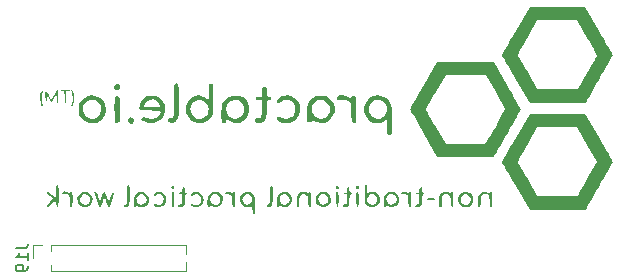
<source format=gbr>
%TF.GenerationSoftware,KiCad,Pcbnew,(6.0.0)*%
%TF.CreationDate,2022-03-07T15:46:10+00:00*%
%TF.ProjectId,ISOpowerWiFi_PCB,49534f70-6f77-4657-9257-6946695f5043,rev?*%
%TF.SameCoordinates,Original*%
%TF.FileFunction,Legend,Bot*%
%TF.FilePolarity,Positive*%
%FSLAX46Y46*%
G04 Gerber Fmt 4.6, Leading zero omitted, Abs format (unit mm)*
G04 Created by KiCad (PCBNEW (6.0.0)) date 2022-03-07 15:46:10*
%MOMM*%
%LPD*%
G01*
G04 APERTURE LIST*
%ADD10C,0.150000*%
%ADD11C,0.120000*%
%ADD12R,1.000000X1.000000*%
%ADD13O,1.000000X1.000000*%
%ADD14C,3.200000*%
%ADD15C,1.000000*%
G04 APERTURE END LIST*
D10*
%TO.C,J19*%
X122725380Y-107549519D02*
X123439666Y-107549519D01*
X123582523Y-107501900D01*
X123677761Y-107406662D01*
X123725380Y-107263804D01*
X123725380Y-107168566D01*
X123725380Y-108549519D02*
X123725380Y-107978090D01*
X123725380Y-108263804D02*
X122725380Y-108263804D01*
X122868238Y-108168566D01*
X122963476Y-108073328D01*
X123011095Y-107978090D01*
X123725380Y-109025709D02*
X123725380Y-109216185D01*
X123677761Y-109311423D01*
X123630142Y-109359043D01*
X123487285Y-109454281D01*
X123296809Y-109501900D01*
X122915857Y-109501900D01*
X122820619Y-109454281D01*
X122773000Y-109406662D01*
X122725380Y-109311423D01*
X122725380Y-109120947D01*
X122773000Y-109025709D01*
X122820619Y-108978090D01*
X122915857Y-108930471D01*
X123153952Y-108930471D01*
X123249190Y-108978090D01*
X123296809Y-109025709D01*
X123344428Y-109120947D01*
X123344428Y-109311423D01*
X123296809Y-109406662D01*
X123249190Y-109454281D01*
X123153952Y-109501900D01*
D11*
X124208000Y-107249043D02*
X124208000Y-108359043D01*
X125728000Y-108922514D02*
X125728000Y-109469043D01*
X124968000Y-107249043D02*
X124208000Y-107249043D01*
X125728000Y-109469043D02*
X137093000Y-109469043D01*
X137093000Y-108666573D02*
X137093000Y-109469043D01*
X137093000Y-107249043D02*
X137093000Y-108051513D01*
X125728000Y-107249043D02*
X125728000Y-107795572D01*
X125728000Y-107249043D02*
X137093000Y-107249043D01*
%TO.C,G\u002A\u002A\u002A*%
G36*
X126968929Y-102741420D02*
G01*
X127140368Y-102803990D01*
X127257082Y-102848949D01*
X127311758Y-102829382D01*
X127338008Y-102799469D01*
X127428475Y-102774879D01*
X127452177Y-102776429D01*
X127486503Y-102794693D01*
X127508383Y-102847425D01*
X127520584Y-102951712D01*
X127525875Y-103124645D01*
X127527024Y-103383313D01*
X127524429Y-103617518D01*
X127517086Y-103820614D01*
X127506142Y-103963963D01*
X127492746Y-104026026D01*
X127477359Y-104037465D01*
X127389912Y-104060304D01*
X127366207Y-104050168D01*
X127339756Y-103985065D01*
X127325573Y-103846897D01*
X127321356Y-103620922D01*
X127320823Y-103503318D01*
X127314153Y-103324214D01*
X127294996Y-103207826D01*
X127257334Y-103127189D01*
X127195150Y-103055335D01*
X127189782Y-103050030D01*
X127047416Y-102956433D01*
X126860940Y-102929130D01*
X126825610Y-102928633D01*
X126694717Y-102908681D01*
X126652935Y-102857505D01*
X126653079Y-102851554D01*
X126700034Y-102767974D01*
X126813734Y-102730338D01*
X126968929Y-102741420D01*
G37*
G36*
X132578619Y-96477895D02*
G01*
X132691517Y-96564862D01*
X132755103Y-96678895D01*
X132756095Y-96794341D01*
X132668724Y-96913340D01*
X132578537Y-96983373D01*
X132439901Y-97008404D01*
X132300000Y-96931080D01*
X132280455Y-96910791D01*
X132218387Y-96779783D01*
X132212857Y-96630509D01*
X132267672Y-96512288D01*
X132297576Y-96488283D01*
X132431785Y-96450443D01*
X132578619Y-96477895D01*
G37*
G36*
X135125230Y-102815596D02*
G01*
X135301753Y-102956014D01*
X135419246Y-103161011D01*
X135462116Y-103417814D01*
X135441437Y-103615490D01*
X135349176Y-103809667D01*
X135172022Y-103963084D01*
X135138882Y-103981614D01*
X134958694Y-104036055D01*
X134753626Y-104046303D01*
X134563495Y-104013630D01*
X134428121Y-103939307D01*
X134388767Y-103886226D01*
X134385725Y-103807651D01*
X134450932Y-103770645D01*
X134562253Y-103798456D01*
X134721934Y-103855579D01*
X134919297Y-103849034D01*
X135084294Y-103760516D01*
X135197520Y-103601873D01*
X135239574Y-103384949D01*
X135220464Y-103239165D01*
X135130032Y-103071408D01*
X134982772Y-102972714D01*
X134798141Y-102953928D01*
X134595592Y-103025900D01*
X134478757Y-103088485D01*
X134415619Y-103098200D01*
X134383583Y-103056380D01*
X134382619Y-103053798D01*
X134391532Y-102944736D01*
X134492846Y-102848282D01*
X134676394Y-102774231D01*
X134905273Y-102752531D01*
X135125230Y-102815596D01*
G37*
G36*
X136352693Y-93586671D02*
G01*
X136444201Y-93652033D01*
X136452380Y-93661185D01*
X136475900Y-93705466D01*
X136493815Y-93779845D01*
X136506825Y-93896442D01*
X136515634Y-94067378D01*
X136520943Y-94304776D01*
X136523454Y-94620755D01*
X136523870Y-95027438D01*
X136523424Y-95281170D01*
X136521356Y-95632852D01*
X136516860Y-95903840D01*
X136509038Y-96108002D01*
X136496998Y-96259206D01*
X136479841Y-96371321D01*
X136456674Y-96458214D01*
X136426600Y-96533754D01*
X136402312Y-96582756D01*
X136307184Y-96729631D01*
X136210621Y-96829402D01*
X136058250Y-96892260D01*
X135860905Y-96912957D01*
X135680824Y-96882131D01*
X135630256Y-96836271D01*
X135599493Y-96729689D01*
X135628872Y-96629530D01*
X135735870Y-96537254D01*
X135896362Y-96502004D01*
X135904292Y-96501879D01*
X135965374Y-96488095D01*
X136013541Y-96444219D01*
X136050262Y-96359863D01*
X136077009Y-96224642D01*
X136095251Y-96028168D01*
X136106461Y-95760054D01*
X136112108Y-95409913D01*
X136113663Y-94967358D01*
X136113707Y-94857409D01*
X136115199Y-94464226D01*
X136119924Y-94159912D01*
X136129384Y-93933235D01*
X136145078Y-93772960D01*
X136168510Y-93667856D01*
X136201179Y-93606689D01*
X136244586Y-93578226D01*
X136300234Y-93571235D01*
X136352693Y-93586671D01*
G37*
G36*
X153424084Y-103804175D02*
G01*
X153245880Y-103971418D01*
X153220554Y-103985913D01*
X153013622Y-104048243D01*
X152779422Y-104047295D01*
X152565422Y-103982308D01*
X152454832Y-103911710D01*
X152371830Y-103818053D01*
X152315340Y-103686911D01*
X152280729Y-103502024D01*
X152271166Y-103361669D01*
X152464937Y-103361669D01*
X152480778Y-103554912D01*
X152590476Y-103728431D01*
X152725360Y-103814789D01*
X152923098Y-103854324D01*
X153120919Y-103820223D01*
X153170266Y-103783376D01*
X153250228Y-103666665D01*
X153312971Y-103515556D01*
X153338360Y-103371595D01*
X153330156Y-103307247D01*
X153251217Y-103151322D01*
X153112097Y-103021469D01*
X152941938Y-102948768D01*
X152840151Y-102939068D01*
X152737920Y-102972860D01*
X152620582Y-103073411D01*
X152542026Y-103168864D01*
X152464937Y-103361669D01*
X152271166Y-103361669D01*
X152263362Y-103247132D01*
X152258603Y-102905975D01*
X152258604Y-102888419D01*
X152259525Y-102613996D01*
X152263773Y-102425479D01*
X152273718Y-102306809D01*
X152291730Y-102241927D01*
X152320179Y-102214774D01*
X152361437Y-102209292D01*
X152372174Y-102209471D01*
X152421670Y-102223110D01*
X152449427Y-102274047D01*
X152461583Y-102384109D01*
X152464271Y-102575124D01*
X152464271Y-102940957D01*
X152579959Y-102866051D01*
X152676676Y-102812577D01*
X152911327Y-102751655D01*
X153132323Y-102780630D01*
X153321521Y-102890843D01*
X153460779Y-103073638D01*
X153531953Y-103320357D01*
X153529767Y-103371595D01*
X153520879Y-103579963D01*
X153424084Y-103804175D01*
G37*
G36*
X151765334Y-102284761D02*
G01*
X151796429Y-102388068D01*
X151761572Y-102483516D01*
X151740465Y-102500229D01*
X151639668Y-102510453D01*
X151536623Y-102438088D01*
X151534644Y-102435689D01*
X151497896Y-102358161D01*
X151546907Y-102281947D01*
X151605007Y-102244348D01*
X151709596Y-102238612D01*
X151765334Y-102284761D01*
G37*
G36*
X173253441Y-100242982D02*
G01*
X173213053Y-100320868D01*
X173129545Y-100473297D01*
X173009232Y-100689201D01*
X172858430Y-100957508D01*
X172683454Y-101267151D01*
X172490620Y-101607059D01*
X172286242Y-101966162D01*
X172076637Y-102333392D01*
X171868120Y-102697679D01*
X171667005Y-103047953D01*
X171479609Y-103373145D01*
X171312247Y-103662185D01*
X171171235Y-103904004D01*
X171062887Y-104087532D01*
X170993518Y-104201701D01*
X170920605Y-104317389D01*
X166218319Y-104314357D01*
X165061437Y-102303790D01*
X164872167Y-101974670D01*
X164645390Y-101579816D01*
X164438658Y-101219295D01*
X164257188Y-100902237D01*
X164106197Y-100637766D01*
X163990900Y-100435012D01*
X163916516Y-100303102D01*
X163888261Y-100251162D01*
X163902373Y-100215161D01*
X165216689Y-100215161D01*
X165225466Y-100236032D01*
X165277818Y-100335749D01*
X165372062Y-100507164D01*
X165502123Y-100739457D01*
X165661929Y-101021808D01*
X165845404Y-101343396D01*
X166046475Y-101693400D01*
X166877261Y-103134798D01*
X170280263Y-103134148D01*
X170361124Y-102993076D01*
X170367799Y-102981444D01*
X170424971Y-102881982D01*
X170524452Y-102709049D01*
X170658995Y-102475235D01*
X170821353Y-102193134D01*
X171004281Y-101875336D01*
X171200532Y-101534434D01*
X171959077Y-100216863D01*
X171114543Y-98757916D01*
X170270008Y-97298968D01*
X166888613Y-97298968D01*
X166053151Y-98738644D01*
X165930735Y-98949972D01*
X165738260Y-99283871D01*
X165567013Y-99582958D01*
X165423113Y-99836433D01*
X165312679Y-100033493D01*
X165241831Y-100163336D01*
X165216689Y-100215161D01*
X163902373Y-100215161D01*
X163903121Y-100213253D01*
X163964226Y-100093771D01*
X164067747Y-99902032D01*
X164208642Y-99647078D01*
X164381871Y-99337953D01*
X164582392Y-98983700D01*
X164805163Y-98593362D01*
X165045143Y-98175983D01*
X166218319Y-96142865D01*
X168583502Y-96144340D01*
X170948684Y-96145815D01*
X172105566Y-98160635D01*
X172295487Y-98492365D01*
X172520860Y-98888681D01*
X172725371Y-99251258D01*
X172903911Y-99570886D01*
X173051374Y-99838354D01*
X173162651Y-100044450D01*
X173232636Y-100179965D01*
X173248253Y-100216863D01*
X173256220Y-100235686D01*
X173253441Y-100242982D01*
G37*
G36*
X133879299Y-103834799D02*
G01*
X133709272Y-103982721D01*
X133567529Y-104030332D01*
X133368864Y-104041577D01*
X133175674Y-104009017D01*
X133033091Y-103935787D01*
X132984479Y-103894254D01*
X132938907Y-103883978D01*
X132911449Y-103955414D01*
X132879568Y-104017071D01*
X132802080Y-104060304D01*
X132797141Y-104060173D01*
X132758047Y-104040809D01*
X132734585Y-103975396D01*
X132723151Y-103845045D01*
X132720141Y-103630863D01*
X132724244Y-103410730D01*
X132735067Y-103308746D01*
X132932647Y-103308746D01*
X132941842Y-103458111D01*
X132989300Y-103632170D01*
X133082517Y-103764131D01*
X133132669Y-103798619D01*
X133317970Y-103854256D01*
X133510500Y-103826642D01*
X133673811Y-103718585D01*
X133728833Y-103648755D01*
X133799612Y-103458563D01*
X133772979Y-103262911D01*
X133649602Y-103079426D01*
X133577299Y-103015545D01*
X133409467Y-102936795D01*
X133242092Y-102960214D01*
X133069668Y-103085863D01*
X133065717Y-103089822D01*
X132967889Y-103203601D01*
X132932647Y-103308746D01*
X132735067Y-103308746D01*
X132741175Y-103251190D01*
X132776983Y-103133532D01*
X132837709Y-103026713D01*
X132887147Y-102962099D01*
X133078729Y-102813742D01*
X133310692Y-102752880D01*
X133563816Y-102785886D01*
X133700863Y-102849800D01*
X133864341Y-103002562D01*
X133966729Y-103200530D01*
X134005222Y-103420617D01*
X134000337Y-103458563D01*
X133977014Y-103639736D01*
X133879299Y-103834799D01*
G37*
G36*
X165378762Y-95958440D02*
G01*
X165270894Y-96156226D01*
X165130407Y-96410008D01*
X164963586Y-96708706D01*
X164776713Y-97041244D01*
X164576071Y-97396542D01*
X164367943Y-97763523D01*
X164158612Y-98131109D01*
X163954361Y-98488220D01*
X163761474Y-98823780D01*
X163586232Y-99126709D01*
X163434920Y-99385930D01*
X163313820Y-99590364D01*
X163229215Y-99728934D01*
X163155965Y-99845135D01*
X160785674Y-99831768D01*
X158415382Y-99818401D01*
X157267967Y-97838846D01*
X157093516Y-97536990D01*
X156866715Y-97141744D01*
X156660452Y-96779072D01*
X156479953Y-96458342D01*
X156330447Y-96188919D01*
X156217161Y-95980171D01*
X156145323Y-95841465D01*
X156120159Y-95782166D01*
X156122242Y-95776699D01*
X157451720Y-95776699D01*
X157460090Y-95799943D01*
X157511888Y-95904107D01*
X157605732Y-96079736D01*
X157735509Y-96315758D01*
X157895108Y-96601104D01*
X158078415Y-96924705D01*
X158279319Y-97275492D01*
X159106917Y-98712936D01*
X162482847Y-98712936D01*
X162891975Y-98005952D01*
X162936921Y-97928262D01*
X163126752Y-97599784D01*
X163338814Y-97232413D01*
X163550320Y-96865636D01*
X163738484Y-96538943D01*
X164175865Y-95778919D01*
X163338741Y-94328012D01*
X162501617Y-92877106D01*
X160804185Y-92863564D01*
X159106752Y-92850023D01*
X158279236Y-94282687D01*
X158163316Y-94483982D01*
X157971447Y-94819983D01*
X157800705Y-95122533D01*
X157657227Y-95380556D01*
X157547147Y-95582976D01*
X157476599Y-95718716D01*
X157451720Y-95776699D01*
X156122242Y-95776699D01*
X156133330Y-95747592D01*
X156192523Y-95629849D01*
X156294544Y-95439439D01*
X156434178Y-95185736D01*
X156606209Y-94878114D01*
X156805419Y-94525949D01*
X157026594Y-94138615D01*
X157264517Y-93725486D01*
X158409267Y-91745931D01*
X163180812Y-91745931D01*
X164325539Y-93725486D01*
X164499542Y-94027178D01*
X164725867Y-94422085D01*
X164931734Y-94784162D01*
X165111923Y-95104072D01*
X165261217Y-95372478D01*
X165374393Y-95580044D01*
X165446234Y-95717434D01*
X165471520Y-95775311D01*
X165469882Y-95778919D01*
X165447729Y-95827728D01*
X165378762Y-95958440D01*
G37*
G36*
X149258733Y-103839869D02*
G01*
X149065792Y-103998205D01*
X148899172Y-104045244D01*
X148686921Y-104043384D01*
X148480381Y-103995040D01*
X148325016Y-103905878D01*
X148258340Y-103833574D01*
X148141845Y-103615678D01*
X148109377Y-103376413D01*
X148117282Y-103340894D01*
X148336557Y-103340894D01*
X148352480Y-103547409D01*
X148469804Y-103738948D01*
X148552566Y-103804877D01*
X148725679Y-103856211D01*
X148908197Y-103833058D01*
X149061786Y-103735634D01*
X149139148Y-103607124D01*
X149175986Y-103419267D01*
X149153841Y-103231204D01*
X149072056Y-103084689D01*
X149017558Y-103037167D01*
X148837823Y-102953819D01*
X148654201Y-102956649D01*
X148492075Y-103041320D01*
X148376827Y-103203495D01*
X148336557Y-103340894D01*
X148117282Y-103340894D01*
X148161624Y-103141650D01*
X148299273Y-102937261D01*
X148305406Y-102931194D01*
X148515469Y-102790154D01*
X148753278Y-102747135D01*
X149011602Y-102803494D01*
X149043548Y-102816974D01*
X149243079Y-102950979D01*
X149360624Y-103142790D01*
X149401468Y-103400498D01*
X149399012Y-103419267D01*
X149372589Y-103621226D01*
X149258733Y-103839869D01*
G37*
G36*
X124993722Y-94184305D02*
G01*
X124993699Y-94270815D01*
X124955395Y-94421974D01*
X124926180Y-94537263D01*
X124900055Y-94782809D01*
X124908996Y-95031834D01*
X124953142Y-95234313D01*
X124990068Y-95351117D01*
X125007591Y-95451303D01*
X125005861Y-95485728D01*
X124981472Y-95532639D01*
X124936123Y-95498341D01*
X124879908Y-95394730D01*
X124822923Y-95233700D01*
X124766439Y-94910427D01*
X124785520Y-94576441D01*
X124884587Y-94280983D01*
X124901449Y-94250077D01*
X124961095Y-94173654D01*
X124993722Y-94184305D01*
G37*
G36*
X131424730Y-93668725D02*
G01*
X131529312Y-93761339D01*
X131568880Y-93904529D01*
X131514920Y-94062214D01*
X131504023Y-94077842D01*
X131381382Y-94171557D01*
X131237777Y-94175364D01*
X131102381Y-94087477D01*
X131076572Y-94054157D01*
X131036764Y-93920607D01*
X131070809Y-93790433D01*
X131159574Y-93688491D01*
X131283926Y-93639636D01*
X131424730Y-93668725D01*
G37*
G36*
X150665173Y-94624331D02*
G01*
X150888574Y-94721017D01*
X151120259Y-94856793D01*
X151136698Y-94741039D01*
X151165856Y-94665954D01*
X151271656Y-94608482D01*
X151338485Y-94601788D01*
X151408677Y-94610462D01*
X151460271Y-94650161D01*
X151496110Y-94732850D01*
X151519035Y-94870496D01*
X151531891Y-95075065D01*
X151537520Y-95358524D01*
X151538765Y-95732840D01*
X151538740Y-95772709D01*
X151536793Y-96087456D01*
X151532090Y-96368258D01*
X151525137Y-96597893D01*
X151516436Y-96759140D01*
X151506493Y-96834778D01*
X151448815Y-96892934D01*
X151313679Y-96903254D01*
X151153137Y-96887632D01*
X151127429Y-96073434D01*
X151101720Y-95259235D01*
X150933804Y-95109365D01*
X150866209Y-95053685D01*
X150759816Y-94992920D01*
X150630230Y-94960184D01*
X150451126Y-94950043D01*
X150196182Y-94957060D01*
X150029216Y-94945833D01*
X149926332Y-94891526D01*
X149912686Y-94800900D01*
X149994028Y-94681783D01*
X150040483Y-94645102D01*
X150211923Y-94585092D01*
X150429887Y-94578596D01*
X150665173Y-94624331D01*
G37*
G36*
X155039728Y-103846097D02*
G01*
X154886964Y-103983020D01*
X154851574Y-104000538D01*
X154641671Y-104053303D01*
X154427289Y-104038669D01*
X154250875Y-103958287D01*
X154239254Y-103949151D01*
X154155110Y-103888492D01*
X154117318Y-103891537D01*
X154094503Y-103958287D01*
X154077138Y-104002689D01*
X154008204Y-104056248D01*
X153929185Y-104029437D01*
X153872408Y-103926837D01*
X153856850Y-103791608D01*
X153862660Y-103588964D01*
X153888708Y-103371565D01*
X153891497Y-103358563D01*
X154104722Y-103358563D01*
X154125055Y-103553311D01*
X154235820Y-103728431D01*
X154325494Y-103800010D01*
X154506831Y-103859032D01*
X154690051Y-103822089D01*
X154855694Y-103690375D01*
X154917219Y-103610213D01*
X154969384Y-103488555D01*
X154964744Y-103346384D01*
X154919448Y-103194062D01*
X154792506Y-103035801D01*
X154594402Y-102951533D01*
X154528034Y-102942733D01*
X154407287Y-102965825D01*
X154273225Y-103057688D01*
X154173342Y-103170684D01*
X154104722Y-103358563D01*
X153891497Y-103358563D01*
X153930108Y-103178555D01*
X153981973Y-103049082D01*
X154119908Y-102898722D01*
X154323604Y-102790893D01*
X154549162Y-102756794D01*
X154772369Y-102795584D01*
X154969011Y-102906421D01*
X155114875Y-103088463D01*
X155155612Y-103191198D01*
X155182060Y-103418753D01*
X155169460Y-103488555D01*
X155140763Y-103647530D01*
X155039728Y-103846097D01*
G37*
G36*
X159368389Y-102799984D02*
G01*
X159374863Y-102803183D01*
X159496003Y-102846491D01*
X159550541Y-102828415D01*
X159576630Y-102799022D01*
X159666936Y-102774879D01*
X159690639Y-102776429D01*
X159724965Y-102794693D01*
X159746845Y-102847425D01*
X159759046Y-102951712D01*
X159764337Y-103124645D01*
X159765485Y-103383313D01*
X159762812Y-103617466D01*
X159755241Y-103820855D01*
X159743954Y-103964595D01*
X159730136Y-104027097D01*
X159667454Y-104054954D01*
X159618463Y-103993322D01*
X159583070Y-103837022D01*
X159559817Y-103582249D01*
X159538773Y-103340749D01*
X159497581Y-103151021D01*
X159428577Y-103034602D01*
X159322052Y-102976064D01*
X159168300Y-102959980D01*
X159064492Y-102967806D01*
X158932593Y-103021582D01*
X158847607Y-103137245D01*
X158802081Y-103327452D01*
X158788562Y-103604861D01*
X158786407Y-103770808D01*
X158774626Y-103922404D01*
X158749175Y-104006603D01*
X158706248Y-104043701D01*
X158661163Y-104053162D01*
X158588657Y-104010024D01*
X158546477Y-103876863D01*
X158532551Y-103648968D01*
X158532880Y-103604600D01*
X158561601Y-103293913D01*
X158633503Y-103047722D01*
X158744104Y-102882266D01*
X158753185Y-102874048D01*
X158939327Y-102772462D01*
X159158033Y-102745976D01*
X159368389Y-102799984D01*
G37*
G36*
X127501723Y-94167084D02*
G01*
X127555033Y-94272944D01*
X127608978Y-94428615D01*
X127627788Y-94500675D01*
X127668244Y-94813463D01*
X127650198Y-95121410D01*
X127575098Y-95383684D01*
X127516931Y-95483385D01*
X127467354Y-95525081D01*
X127454420Y-95524581D01*
X127431684Y-95511241D01*
X127431216Y-95463517D01*
X127455457Y-95360043D01*
X127506847Y-95179450D01*
X127524104Y-95118018D01*
X127552718Y-94986375D01*
X127560604Y-94860069D01*
X127545926Y-94713034D01*
X127506847Y-94519203D01*
X127441530Y-94252510D01*
X127434711Y-94178397D01*
X127468176Y-94136822D01*
X127501723Y-94167084D01*
G37*
G36*
X158168192Y-103319200D02*
G01*
X158252631Y-103371880D01*
X158242257Y-103453699D01*
X158241375Y-103454883D01*
X158176316Y-103474996D01*
X158038452Y-103489283D01*
X157856252Y-103494717D01*
X157668101Y-103491774D01*
X157560746Y-103479339D01*
X157515721Y-103452098D01*
X157512738Y-103404737D01*
X157520033Y-103381312D01*
X157567003Y-103338591D01*
X157672602Y-103313474D01*
X157858891Y-103299238D01*
X157993243Y-103297392D01*
X158168192Y-103319200D01*
G37*
G36*
X132278036Y-102210167D02*
G01*
X132311336Y-102222994D01*
X132334175Y-102263172D01*
X132348518Y-102345798D01*
X132356330Y-102485967D01*
X132359577Y-102698776D01*
X132360222Y-102999321D01*
X132360201Y-103057432D01*
X132358720Y-103346847D01*
X132353396Y-103554491D01*
X132342115Y-103698378D01*
X132322767Y-103796526D01*
X132293240Y-103866950D01*
X132251423Y-103927667D01*
X132139635Y-104028816D01*
X132007632Y-104050289D01*
X132002403Y-104049625D01*
X131902625Y-104009732D01*
X131852880Y-103943752D01*
X131863123Y-103881961D01*
X131943307Y-103854636D01*
X132013188Y-103841849D01*
X132071779Y-103789614D01*
X132112324Y-103685167D01*
X132137710Y-103515903D01*
X132150824Y-103269219D01*
X132154554Y-102932510D01*
X132154569Y-102873816D01*
X132155702Y-102605072D01*
X132160248Y-102420546D01*
X132170447Y-102304472D01*
X132188543Y-102241083D01*
X132216776Y-102214612D01*
X132257388Y-102209292D01*
X132278036Y-102210167D01*
G37*
G36*
X142994950Y-103835722D02*
G01*
X142995310Y-103849498D01*
X142999302Y-104100702D01*
X142998189Y-104317298D01*
X142992372Y-104476567D01*
X142982251Y-104555794D01*
X142952943Y-104594119D01*
X142862301Y-104616292D01*
X142824290Y-104599989D01*
X142789785Y-104542377D01*
X142769265Y-104424438D01*
X142757020Y-104224935D01*
X142741874Y-103850777D01*
X142608689Y-103955541D01*
X142512681Y-104015866D01*
X142303821Y-104065660D01*
X142090955Y-104022524D01*
X141895966Y-103888517D01*
X141756313Y-103716259D01*
X141679057Y-103507764D01*
X141682956Y-103402664D01*
X141895325Y-103402664D01*
X141925484Y-103569321D01*
X142043243Y-103738948D01*
X142126375Y-103805276D01*
X142299095Y-103856280D01*
X142481289Y-103832994D01*
X142634660Y-103735634D01*
X142729941Y-103570736D01*
X142749286Y-103379309D01*
X142698111Y-103193002D01*
X142584457Y-103040696D01*
X142416361Y-102951277D01*
X142344194Y-102942821D01*
X142173440Y-102984997D01*
X142022979Y-103095914D01*
X141926670Y-103254599D01*
X141895325Y-103402664D01*
X141682956Y-103402664D01*
X141687905Y-103269264D01*
X141769678Y-103064188D01*
X141937080Y-102887028D01*
X142169801Y-102772121D01*
X142303332Y-102740156D01*
X142425852Y-102747038D01*
X142571011Y-102806808D01*
X142715733Y-102888075D01*
X142828983Y-102984621D01*
X142905812Y-103108928D01*
X142953938Y-103279727D01*
X142965389Y-103379309D01*
X142981078Y-103515748D01*
X142994950Y-103835722D01*
G37*
G36*
X136039456Y-102776762D02*
G01*
X136073904Y-102795361D01*
X136095649Y-102848159D01*
X136107590Y-102952311D01*
X136112628Y-103124977D01*
X136113663Y-103383313D01*
X136111068Y-103617518D01*
X136103726Y-103820614D01*
X136092782Y-103963963D01*
X136079385Y-104026026D01*
X136063998Y-104037465D01*
X135976551Y-104060304D01*
X135957920Y-104052954D01*
X135933901Y-104000606D01*
X135918542Y-103886334D01*
X135910390Y-103696532D01*
X135907995Y-103417591D01*
X135908518Y-103199641D01*
X135912112Y-103002180D01*
X135921467Y-102877678D01*
X135939257Y-102809430D01*
X135968153Y-102780733D01*
X136010829Y-102774879D01*
X136039456Y-102776762D01*
G37*
G36*
X161325480Y-103839322D02*
G01*
X161165952Y-103979816D01*
X161058944Y-104025753D01*
X160823265Y-104060280D01*
X160590911Y-104019694D01*
X160390111Y-103911303D01*
X160249094Y-103742417D01*
X160194359Y-103570720D01*
X160187173Y-103364773D01*
X160382489Y-103364773D01*
X160388584Y-103435045D01*
X160438309Y-103599256D01*
X160521060Y-103741974D01*
X160616170Y-103822697D01*
X160761627Y-103857932D01*
X160953761Y-103837650D01*
X161108648Y-103748362D01*
X161213815Y-103608983D01*
X161256791Y-103438424D01*
X161225104Y-103255600D01*
X161106283Y-103079426D01*
X160960894Y-102970887D01*
X160819534Y-102929130D01*
X160679812Y-102969719D01*
X160536216Y-103077334D01*
X160426317Y-103219776D01*
X160382489Y-103364773D01*
X160187173Y-103364773D01*
X160186394Y-103342446D01*
X160233981Y-103122728D01*
X160332722Y-102953082D01*
X160454884Y-102853245D01*
X160676142Y-102767163D01*
X160914234Y-102761106D01*
X161141418Y-102834173D01*
X161329950Y-102985463D01*
X161333937Y-102990262D01*
X161436052Y-103186285D01*
X161465421Y-103412904D01*
X161461105Y-103438424D01*
X161426933Y-103640467D01*
X161325480Y-103839322D01*
G37*
G36*
X144388830Y-102236162D02*
G01*
X144426164Y-102252678D01*
X144450931Y-102302592D01*
X144466611Y-102403263D01*
X144476683Y-102572045D01*
X144484627Y-102826296D01*
X144485836Y-102874415D01*
X144488759Y-103239925D01*
X144476763Y-103518313D01*
X144448073Y-103722937D01*
X144400915Y-103867159D01*
X144333516Y-103964338D01*
X144276395Y-104008225D01*
X144155869Y-104047125D01*
X144049001Y-104029924D01*
X143992531Y-103957374D01*
X144011043Y-103895072D01*
X144094840Y-103828831D01*
X144116218Y-103818843D01*
X144155523Y-103790370D01*
X144183408Y-103740937D01*
X144202714Y-103654176D01*
X144216280Y-103513721D01*
X144226946Y-103303203D01*
X144237550Y-103006255D01*
X144241177Y-102899153D01*
X144251542Y-102632734D01*
X144262703Y-102448920D01*
X144277199Y-102332476D01*
X144297570Y-102268165D01*
X144326354Y-102240752D01*
X144366093Y-102235000D01*
X144388830Y-102236162D01*
G37*
G36*
X137018717Y-102406992D02*
G01*
X137039170Y-102573518D01*
X137045299Y-102687181D01*
X137081803Y-102775401D01*
X137167712Y-102826296D01*
X137254158Y-102866552D01*
X137296255Y-102903421D01*
X137262637Y-102935203D01*
X137167712Y-102980547D01*
X137132502Y-102995066D01*
X137080917Y-103032251D01*
X137052946Y-103098957D01*
X137041419Y-103219616D01*
X137039170Y-103418656D01*
X137039127Y-103450077D01*
X137034263Y-103645260D01*
X137016054Y-103771550D01*
X136977011Y-103858938D01*
X136909644Y-103937419D01*
X136795765Y-104023117D01*
X136640144Y-104050770D01*
X136629255Y-104049273D01*
X136529916Y-104008054D01*
X136479671Y-103942348D01*
X136489147Y-103881446D01*
X136568974Y-103854636D01*
X136681045Y-103833227D01*
X136769629Y-103747665D01*
X136818505Y-103585991D01*
X136833502Y-103336793D01*
X136833502Y-102980547D01*
X136679251Y-102980547D01*
X136583000Y-102965959D01*
X136525193Y-102915076D01*
X136552215Y-102855480D01*
X136666396Y-102816857D01*
X136759390Y-102793269D01*
X136804618Y-102730034D01*
X136824478Y-102595587D01*
X136853488Y-102438613D01*
X136908180Y-102341358D01*
X136969155Y-102330211D01*
X137018717Y-102406992D01*
G37*
G36*
X126946817Y-94136994D02*
G01*
X127141911Y-94144883D01*
X127273249Y-94162776D01*
X127321356Y-94188239D01*
X127319802Y-94194987D01*
X127260344Y-94226742D01*
X127141396Y-94239656D01*
X126961437Y-94239656D01*
X126961437Y-94728118D01*
X126961308Y-94767978D01*
X126952871Y-95014281D01*
X126934376Y-95160925D01*
X126910215Y-95207412D01*
X126884783Y-95153247D01*
X126862473Y-94997932D01*
X126847678Y-94740972D01*
X126832894Y-94265365D01*
X126665789Y-94249253D01*
X126593671Y-94240395D01*
X126503007Y-94215835D01*
X126499676Y-94188425D01*
X126573312Y-94162938D01*
X126713549Y-94144147D01*
X126910020Y-94136822D01*
X126946817Y-94136994D01*
G37*
G36*
X131405212Y-94629200D02*
G01*
X131487406Y-94731465D01*
X131502816Y-94807048D01*
X131517769Y-94973751D01*
X131528399Y-95202627D01*
X131534736Y-95473061D01*
X131536811Y-95764436D01*
X131534655Y-96056138D01*
X131528298Y-96327549D01*
X131517770Y-96558055D01*
X131503102Y-96727039D01*
X131484324Y-96813887D01*
X131427733Y-96874132D01*
X131306174Y-96913340D01*
X131220125Y-96893956D01*
X131128023Y-96813887D01*
X131114707Y-96763333D01*
X131098352Y-96613781D01*
X131085758Y-96386351D01*
X131077660Y-96095693D01*
X131074797Y-95756458D01*
X131076223Y-95514117D01*
X131082835Y-95207416D01*
X131094164Y-94959568D01*
X131109472Y-94785222D01*
X131128023Y-94699029D01*
X131175444Y-94640447D01*
X131288285Y-94597693D01*
X131405212Y-94629200D01*
G37*
G36*
X150921999Y-102357972D02*
G01*
X150950373Y-102434537D01*
X150973178Y-102569211D01*
X150996847Y-102711357D01*
X151039055Y-102788351D01*
X151114574Y-102817018D01*
X151135715Y-102820586D01*
X151219031Y-102860762D01*
X151207302Y-102919151D01*
X151101720Y-102980547D01*
X151066511Y-102995066D01*
X151014926Y-103032251D01*
X150986954Y-103098957D01*
X150975427Y-103219616D01*
X150973178Y-103418656D01*
X150973135Y-103450077D01*
X150968272Y-103645260D01*
X150950062Y-103771550D01*
X150911019Y-103858938D01*
X150843652Y-103937419D01*
X150729774Y-104023117D01*
X150574152Y-104050770D01*
X150479607Y-104026106D01*
X150421125Y-103963516D01*
X150452239Y-103889492D01*
X150573062Y-103827166D01*
X150741801Y-103777510D01*
X150756818Y-103379029D01*
X150771835Y-102980547D01*
X150615421Y-102980547D01*
X150504334Y-102964270D01*
X150459008Y-102903421D01*
X150490798Y-102849290D01*
X150613259Y-102826296D01*
X150671451Y-102824988D01*
X150737220Y-102804583D01*
X150763038Y-102737196D01*
X150767510Y-102594919D01*
X150769869Y-102525772D01*
X150788263Y-102409499D01*
X150818927Y-102363543D01*
X150823985Y-102363485D01*
X150908906Y-102350689D01*
X150921999Y-102357972D01*
G37*
G36*
X173133214Y-91420344D02*
G01*
X173014188Y-91633855D01*
X172864387Y-91900215D01*
X172690132Y-92208356D01*
X172497745Y-92547207D01*
X172293547Y-92905699D01*
X172083859Y-93272762D01*
X171875003Y-93637325D01*
X171673300Y-93988319D01*
X171485071Y-94314675D01*
X171316638Y-94605321D01*
X171174323Y-94849189D01*
X171064446Y-95035208D01*
X170993329Y-95152308D01*
X170920605Y-95267996D01*
X166218319Y-95264964D01*
X165061437Y-93254398D01*
X164872106Y-92925177D01*
X164645357Y-92530387D01*
X164438661Y-92169959D01*
X164257235Y-91853017D01*
X164106293Y-91588682D01*
X163991050Y-91386077D01*
X163916721Y-91254326D01*
X163888521Y-91202552D01*
X163903034Y-91165769D01*
X165217239Y-91165769D01*
X165225940Y-91186646D01*
X165278169Y-91286369D01*
X165372301Y-91457786D01*
X165502267Y-91690079D01*
X165661998Y-91972427D01*
X165845424Y-92294010D01*
X166046475Y-92644007D01*
X166877261Y-94085405D01*
X170280263Y-94084831D01*
X171102935Y-92661218D01*
X171215837Y-92465760D01*
X171408100Y-92132500D01*
X171580099Y-91833851D01*
X171725583Y-91580691D01*
X171838306Y-91383900D01*
X171912018Y-91254356D01*
X171940473Y-91202939D01*
X171932451Y-91179599D01*
X171881165Y-91076978D01*
X171787852Y-90903080D01*
X171658444Y-90668617D01*
X171498872Y-90384297D01*
X171315070Y-90060830D01*
X171112967Y-89708924D01*
X170270595Y-88249575D01*
X166887881Y-88249575D01*
X166053336Y-89689251D01*
X165931238Y-89900250D01*
X165738894Y-90234226D01*
X165567728Y-90533390D01*
X165423860Y-90786933D01*
X165313409Y-90984048D01*
X165242496Y-91113929D01*
X165217239Y-91165769D01*
X163903034Y-91165769D01*
X163903462Y-91164683D01*
X163964637Y-91045253D01*
X164068197Y-90853551D01*
X164209103Y-90598617D01*
X164382316Y-90289491D01*
X164582796Y-89935211D01*
X164805506Y-89544818D01*
X165045404Y-89127349D01*
X166218319Y-87093427D01*
X168583502Y-87094935D01*
X170948684Y-87096443D01*
X172105566Y-89112685D01*
X172295856Y-89445321D01*
X172521127Y-89841843D01*
X172725523Y-90204645D01*
X172903941Y-90524512D01*
X173051278Y-90792229D01*
X173162434Y-90998578D01*
X173232305Y-91134345D01*
X173255789Y-91190312D01*
X173253655Y-91196155D01*
X173250153Y-91202939D01*
X173215144Y-91270755D01*
X173133214Y-91420344D01*
G37*
G36*
X140839080Y-102786708D02*
G01*
X140847427Y-102789957D01*
X141006761Y-102833923D01*
X141093243Y-102813599D01*
X141128164Y-102792343D01*
X141226199Y-102792146D01*
X141244438Y-102802272D01*
X141275510Y-102850156D01*
X141294570Y-102947232D01*
X141304150Y-103111348D01*
X141306781Y-103360355D01*
X141305334Y-103523102D01*
X141298749Y-103735469D01*
X141288057Y-103896919D01*
X141274603Y-103981497D01*
X141245812Y-104022585D01*
X141158914Y-104049445D01*
X141150022Y-104047179D01*
X141111510Y-104013731D01*
X141084544Y-103931134D01*
X141065236Y-103781493D01*
X141049696Y-103546912D01*
X141036494Y-103327480D01*
X141020210Y-103176780D01*
X140995377Y-103085881D01*
X140955840Y-103032777D01*
X140895445Y-102995466D01*
X140886941Y-102991370D01*
X140741264Y-102948109D01*
X140574089Y-102929888D01*
X140483163Y-102923909D01*
X140395168Y-102890018D01*
X140402659Y-102834227D01*
X140509283Y-102765767D01*
X140564377Y-102745111D01*
X140682037Y-102739049D01*
X140839080Y-102786708D01*
G37*
G36*
X135360064Y-95896813D02*
G01*
X135294030Y-96233605D01*
X135148821Y-96505832D01*
X134922089Y-96716969D01*
X134611483Y-96870488D01*
X134299613Y-96939592D01*
X133947909Y-96920146D01*
X133598742Y-96799087D01*
X133465001Y-96723903D01*
X133384791Y-96645422D01*
X133362854Y-96554125D01*
X133376768Y-96473494D01*
X133449047Y-96414347D01*
X133588361Y-96422588D01*
X133800689Y-96497442D01*
X133890192Y-96532453D01*
X134062959Y-96583952D01*
X134195058Y-96603709D01*
X134285207Y-96595528D01*
X134512541Y-96522825D01*
X134722150Y-96393923D01*
X134871710Y-96232067D01*
X134917872Y-96156608D01*
X134970536Y-96057265D01*
X134984221Y-95985744D01*
X134948286Y-95937127D01*
X134852091Y-95906498D01*
X134684996Y-95888939D01*
X134436361Y-95879532D01*
X134095546Y-95873360D01*
X133208603Y-95859292D01*
X133193358Y-95625508D01*
X133202773Y-95506976D01*
X133542813Y-95506976D01*
X133561547Y-95534584D01*
X133629498Y-95554860D01*
X133760078Y-95567743D01*
X133966669Y-95574525D01*
X134262651Y-95576498D01*
X134496333Y-95575982D01*
X134728014Y-95570871D01*
X134877201Y-95555658D01*
X134955539Y-95524836D01*
X134974674Y-95472898D01*
X134946252Y-95394337D01*
X134881918Y-95283644D01*
X134748148Y-95119043D01*
X134538526Y-94983495D01*
X134303656Y-94929729D01*
X134064735Y-94958107D01*
X133842960Y-95068992D01*
X133659526Y-95262746D01*
X133636700Y-95298260D01*
X133569746Y-95422365D01*
X133542813Y-95506976D01*
X133202773Y-95506976D01*
X133211685Y-95394775D01*
X133311206Y-95123006D01*
X133478994Y-94886075D01*
X133697787Y-94715133D01*
X133788372Y-94669998D01*
X133925516Y-94623185D01*
X134081565Y-94605411D01*
X134297974Y-94609370D01*
X134435085Y-94618053D01*
X134610342Y-94644202D01*
X134748063Y-94695062D01*
X134889269Y-94782653D01*
X135009992Y-94877826D01*
X135210213Y-95116500D01*
X135326731Y-95405686D01*
X135334047Y-95472898D01*
X135364902Y-95756346D01*
X135360064Y-95896813D01*
G37*
G36*
X143922299Y-93913355D02*
G01*
X143968837Y-94064894D01*
X143991158Y-94308429D01*
X144006174Y-94676701D01*
X144186133Y-94702409D01*
X144277755Y-94720414D01*
X144348897Y-94766155D01*
X144366093Y-94856660D01*
X144359210Y-94923087D01*
X144309401Y-94981019D01*
X144186133Y-95010911D01*
X144006174Y-95036620D01*
X143980465Y-95756458D01*
X143976246Y-95868120D01*
X143960480Y-96160445D01*
X143936390Y-96374419D01*
X143897948Y-96528646D01*
X143839126Y-96641731D01*
X143753896Y-96732275D01*
X143636232Y-96818884D01*
X143619629Y-96829525D01*
X143455373Y-96891736D01*
X143234919Y-96901465D01*
X143174229Y-96897700D01*
X143046192Y-96879567D01*
X142984332Y-96841153D01*
X142961032Y-96769114D01*
X142972248Y-96639752D01*
X143061890Y-96538210D01*
X143224311Y-96502004D01*
X143243660Y-96501869D01*
X143367845Y-96488972D01*
X143456139Y-96444936D01*
X143514477Y-96355458D01*
X143548797Y-96206237D01*
X143565036Y-95982973D01*
X143569129Y-95671363D01*
X143569129Y-95010911D01*
X143317545Y-95010911D01*
X143247710Y-95008985D01*
X143089535Y-94976699D01*
X143020696Y-94901539D01*
X143036365Y-94779535D01*
X143050032Y-94757337D01*
X143140476Y-94715542D01*
X143317545Y-94702409D01*
X143569129Y-94702409D01*
X143569831Y-94406761D01*
X143576526Y-94185778D01*
X143602437Y-94009082D01*
X143652448Y-93903193D01*
X143731399Y-93851484D01*
X143735991Y-93850058D01*
X143846400Y-93844761D01*
X143922299Y-93913355D01*
G37*
G36*
X146039877Y-103733955D02*
G01*
X145875517Y-103930079D01*
X145680927Y-104035297D01*
X145450460Y-104055608D01*
X145214474Y-103983179D01*
X145123095Y-103940461D01*
X145060719Y-103937715D01*
X145017725Y-103991123D01*
X144980203Y-104033296D01*
X144886628Y-104044153D01*
X144871919Y-104037054D01*
X144830397Y-103983107D01*
X144809125Y-103870470D01*
X144803137Y-103677331D01*
X144823566Y-103365917D01*
X144824019Y-103364307D01*
X145049764Y-103364307D01*
X145075789Y-103566191D01*
X145166877Y-103730161D01*
X145284710Y-103818315D01*
X145471558Y-103854636D01*
X145612050Y-103832232D01*
X145763543Y-103738876D01*
X145861130Y-103594596D01*
X145900578Y-103423048D01*
X145877656Y-103247888D01*
X145788132Y-103092774D01*
X145627774Y-102981361D01*
X145583338Y-102966147D01*
X145397333Y-102957440D01*
X145224924Y-103022164D01*
X145104533Y-103148077D01*
X145093671Y-103169973D01*
X145049764Y-103364307D01*
X144824019Y-103364307D01*
X144891696Y-103123837D01*
X145014252Y-102947327D01*
X145197945Y-102821852D01*
X145224436Y-102809162D01*
X145371853Y-102750111D01*
X145488385Y-102738482D01*
X145623278Y-102768046D01*
X145643600Y-102774426D01*
X145870361Y-102894854D01*
X146027841Y-103071620D01*
X146111568Y-103284125D01*
X146114926Y-103423048D01*
X146117070Y-103511770D01*
X146039877Y-103733955D01*
G37*
G36*
X157082741Y-102375050D02*
G01*
X157091194Y-102385418D01*
X157128193Y-102487347D01*
X157143218Y-102630911D01*
X157148061Y-102735031D01*
X157177416Y-102808009D01*
X157246052Y-102826296D01*
X157306020Y-102840611D01*
X157348886Y-102903421D01*
X157332330Y-102946541D01*
X157252659Y-102980547D01*
X157236678Y-102981330D01*
X157193495Y-103001841D01*
X157165498Y-103065219D01*
X157146951Y-103191447D01*
X157132120Y-103400507D01*
X157126376Y-103493485D01*
X157109359Y-103674775D01*
X157082499Y-103791672D01*
X157037262Y-103871906D01*
X156965114Y-103943208D01*
X156845265Y-104020827D01*
X156687611Y-104050272D01*
X156595658Y-104025869D01*
X156539415Y-103963281D01*
X156571567Y-103889228D01*
X156691685Y-103827166D01*
X156860425Y-103777510D01*
X156875442Y-103379029D01*
X156890459Y-102980547D01*
X156734045Y-102980547D01*
X156622958Y-102964270D01*
X156577631Y-102903421D01*
X156609421Y-102849290D01*
X156731882Y-102826296D01*
X156757353Y-102826116D01*
X156844309Y-102812607D01*
X156879530Y-102756169D01*
X156886133Y-102626924D01*
X156894233Y-102521373D01*
X156936305Y-102396396D01*
X157003299Y-102342295D01*
X157082741Y-102375050D01*
G37*
G36*
X154566952Y-96205606D02*
G01*
X154574521Y-96518605D01*
X154577057Y-96837033D01*
X154574458Y-97142872D01*
X154566622Y-97418104D01*
X154553446Y-97644712D01*
X154534829Y-97804676D01*
X154510668Y-97879980D01*
X154506867Y-97883710D01*
X154394202Y-97938733D01*
X154242363Y-97910471D01*
X154208198Y-97882822D01*
X154184528Y-97818603D01*
X154170126Y-97701488D01*
X154162968Y-97514847D01*
X154161032Y-97242050D01*
X154161002Y-97218871D01*
X154157002Y-96979557D01*
X154147230Y-96784414D01*
X154133071Y-96652991D01*
X154115911Y-96604838D01*
X154078897Y-96618867D01*
X154003967Y-96685354D01*
X153989041Y-96702425D01*
X153807115Y-96833060D01*
X153566494Y-96912327D01*
X153296268Y-96937213D01*
X153025525Y-96904705D01*
X152783355Y-96811790D01*
X152751885Y-96793163D01*
X152508326Y-96587293D01*
X152335427Y-96324062D01*
X152237098Y-96022570D01*
X152220399Y-95752771D01*
X152620199Y-95752771D01*
X152665450Y-96018626D01*
X152788098Y-96261852D01*
X152981618Y-96456313D01*
X153132114Y-96540501D01*
X153363077Y-96591888D01*
X153585611Y-96561771D01*
X153787435Y-96462602D01*
X153956270Y-96306831D01*
X154079835Y-96106911D01*
X154145853Y-95875292D01*
X154142042Y-95624426D01*
X154056124Y-95366765D01*
X153976918Y-95241381D01*
X153789558Y-95069941D01*
X153565713Y-94975788D01*
X153325638Y-94958862D01*
X153089585Y-95019101D01*
X152877809Y-95156444D01*
X152710563Y-95370830D01*
X152658871Y-95490420D01*
X152620199Y-95752771D01*
X152220399Y-95752771D01*
X152217251Y-95701916D01*
X152279797Y-95381201D01*
X152428647Y-95079524D01*
X152515806Y-94964050D01*
X152749233Y-94758183D01*
X153032035Y-94638382D01*
X153374204Y-94599575D01*
X153538333Y-94609102D01*
X153866710Y-94693208D01*
X154143853Y-94857233D01*
X154357789Y-95092730D01*
X154496545Y-95391255D01*
X154515072Y-95479365D01*
X154537125Y-95667968D01*
X154551606Y-95875292D01*
X154554453Y-95916055D01*
X154566952Y-96205606D01*
G37*
G36*
X130348484Y-95919167D02*
G01*
X130276795Y-96255428D01*
X130122629Y-96530953D01*
X129887344Y-96743803D01*
X129572300Y-96892045D01*
X129371434Y-96937653D01*
X129042991Y-96937196D01*
X128726903Y-96852672D01*
X128446470Y-96691532D01*
X128224992Y-96461226D01*
X128190100Y-96409721D01*
X128113252Y-96265012D01*
X128071036Y-96105564D01*
X128050067Y-95887479D01*
X128048603Y-95838701D01*
X128433423Y-95838701D01*
X128484297Y-96083165D01*
X128602459Y-96296727D01*
X128788560Y-96456527D01*
X129049120Y-96555935D01*
X129306482Y-96568050D01*
X129542655Y-96501120D01*
X129739882Y-96363528D01*
X129880408Y-96163655D01*
X129946477Y-95909884D01*
X129956318Y-95681363D01*
X129933721Y-95502456D01*
X129867372Y-95356202D01*
X129747445Y-95207952D01*
X129700593Y-95158838D01*
X129577596Y-95052554D01*
X129452098Y-94997986D01*
X129276576Y-94971245D01*
X129178048Y-94964372D01*
X128988760Y-94977475D01*
X128828827Y-95038049D01*
X128678046Y-95148492D01*
X128530946Y-95348505D01*
X128449189Y-95586195D01*
X128433423Y-95838701D01*
X128048603Y-95838701D01*
X128045706Y-95742176D01*
X128073129Y-95442517D01*
X128160649Y-95195051D01*
X128316135Y-94972721D01*
X128538022Y-94779024D01*
X128835830Y-94645946D01*
X129186874Y-94600704D01*
X129391066Y-94613202D01*
X129719206Y-94701485D01*
X129986072Y-94868765D01*
X130185143Y-95108463D01*
X130309902Y-95413997D01*
X130342098Y-95681363D01*
X130353830Y-95778787D01*
X130348484Y-95919167D01*
G37*
G36*
X136105521Y-102281947D02*
G01*
X136111001Y-102287494D01*
X136154999Y-102361450D01*
X136113975Y-102440293D01*
X136112037Y-102442598D01*
X136012397Y-102504131D01*
X135918705Y-102481280D01*
X135866714Y-102382416D01*
X135865694Y-102343461D01*
X135911999Y-102257150D01*
X136004187Y-102231494D01*
X136105521Y-102281947D01*
G37*
G36*
X131044922Y-102819554D02*
G01*
X131046378Y-102832723D01*
X131029246Y-102925801D01*
X130986791Y-103087188D01*
X130925283Y-103296083D01*
X130850991Y-103531688D01*
X130770185Y-103773205D01*
X130689135Y-103999833D01*
X130664603Y-104031882D01*
X130578396Y-104051250D01*
X130570158Y-104048797D01*
X130510459Y-103984196D01*
X130443198Y-103831353D01*
X130365262Y-103583437D01*
X130334388Y-103477287D01*
X130279954Y-103304783D01*
X130237827Y-103190335D01*
X130215220Y-103154564D01*
X130209005Y-103166259D01*
X130177989Y-103255200D01*
X130131119Y-103409772D01*
X130075885Y-103605722D01*
X130029916Y-103764918D01*
X129963624Y-103945309D01*
X129900912Y-104034582D01*
X129836258Y-104030961D01*
X129764139Y-103932674D01*
X129679034Y-103737948D01*
X129575420Y-103445008D01*
X129574388Y-103441923D01*
X129498107Y-103210835D01*
X129435678Y-103015697D01*
X129393516Y-102876977D01*
X129378036Y-102815149D01*
X129395844Y-102792252D01*
X129477758Y-102774879D01*
X129481703Y-102774949D01*
X129535712Y-102796036D01*
X129586469Y-102866357D01*
X129642922Y-103002866D01*
X129714018Y-103222514D01*
X129770711Y-103402580D01*
X129824633Y-103541162D01*
X129868604Y-103586887D01*
X129910483Y-103537828D01*
X129958131Y-103392059D01*
X130019407Y-103147652D01*
X130053228Y-103014633D01*
X130101275Y-102869099D01*
X130148666Y-102795350D01*
X130204594Y-102774879D01*
X130252452Y-102790901D01*
X130304580Y-102858068D01*
X130362097Y-102992974D01*
X130433543Y-103211923D01*
X130462331Y-103305058D01*
X130519261Y-103481343D01*
X130562145Y-103603368D01*
X130583387Y-103648968D01*
X130590105Y-103638792D01*
X130622825Y-103555207D01*
X130674096Y-103405550D01*
X130736188Y-103211923D01*
X130741803Y-103194038D01*
X130829592Y-102951586D01*
X130908439Y-102809545D01*
X130979747Y-102766129D01*
X131044922Y-102819554D01*
G37*
G36*
X150023852Y-102266271D02*
G01*
X150063514Y-102326679D01*
X150069768Y-102431540D01*
X150059723Y-102451829D01*
X149978514Y-102509659D01*
X149877909Y-102504935D01*
X149807650Y-102436681D01*
X149806321Y-102369313D01*
X149860681Y-102271412D01*
X149891828Y-102241795D01*
X149954373Y-102214776D01*
X150023852Y-102266271D01*
G37*
G36*
X126255903Y-94153080D02*
G01*
X126275570Y-94253752D01*
X126288416Y-94433345D01*
X126293016Y-94676701D01*
X126291736Y-94798680D01*
X126281106Y-95014964D01*
X126262591Y-95154608D01*
X126239685Y-95212464D01*
X126215884Y-95183382D01*
X126194684Y-95062212D01*
X126179580Y-94843806D01*
X126164473Y-94471033D01*
X125986332Y-94818097D01*
X125969379Y-94850774D01*
X125880748Y-95010378D01*
X125808648Y-95122702D01*
X125767330Y-95165162D01*
X125764082Y-95164343D01*
X125718556Y-95110889D01*
X125645755Y-94990410D01*
X125559843Y-94826056D01*
X125393218Y-94486950D01*
X125367510Y-94826838D01*
X125347695Y-94996873D01*
X125319914Y-95119579D01*
X125290384Y-95166229D01*
X125280925Y-95159899D01*
X125257375Y-95082852D01*
X125239193Y-94939569D01*
X125227236Y-94757020D01*
X125222362Y-94562174D01*
X125225429Y-94381998D01*
X125237294Y-94243462D01*
X125258815Y-94173533D01*
X125265161Y-94169566D01*
X125318968Y-94204697D01*
X125404568Y-94330371D01*
X125518512Y-94541697D01*
X125566763Y-94636390D01*
X125654879Y-94802190D01*
X125720851Y-94916743D01*
X125753137Y-94959494D01*
X125763348Y-94949748D01*
X125812843Y-94870936D01*
X125890450Y-94730168D01*
X125984514Y-94548158D01*
X126029619Y-94460761D01*
X126122808Y-94294721D01*
X126198021Y-94179779D01*
X126242173Y-94136822D01*
X126255903Y-94153080D01*
G37*
G36*
X155750011Y-102786708D02*
G01*
X155758358Y-102789957D01*
X155917692Y-102833923D01*
X156004174Y-102813599D01*
X156039095Y-102792343D01*
X156137130Y-102792146D01*
X156163206Y-102809596D01*
X156190432Y-102865109D01*
X156207089Y-102971781D01*
X156215432Y-103146814D01*
X156217712Y-103407408D01*
X156215428Y-103618910D01*
X156208157Y-103820700D01*
X156197085Y-103963753D01*
X156183434Y-104026026D01*
X156155551Y-104046845D01*
X156061667Y-104051756D01*
X155991837Y-103978973D01*
X155988889Y-103969490D01*
X155974541Y-103865694D01*
X155964444Y-103696480D01*
X155960627Y-103493427D01*
X155960507Y-103438453D01*
X155955570Y-103249978D01*
X155938943Y-103132744D01*
X155904560Y-103061044D01*
X155846352Y-103009171D01*
X155820907Y-102994104D01*
X155679520Y-102947785D01*
X155512142Y-102929130D01*
X155392754Y-102921164D01*
X155305826Y-102887253D01*
X155313667Y-102833121D01*
X155420214Y-102765767D01*
X155475308Y-102745111D01*
X155592968Y-102739049D01*
X155750011Y-102786708D01*
G37*
G36*
X149973654Y-102776866D02*
G01*
X150008161Y-102795556D01*
X150029869Y-102848370D01*
X150041724Y-102952483D01*
X150046676Y-103125072D01*
X150047672Y-103383313D01*
X150044999Y-103617466D01*
X150037427Y-103820855D01*
X150026140Y-103964595D01*
X150012322Y-104027097D01*
X150012242Y-104027177D01*
X149955979Y-104058718D01*
X149914001Y-104019897D01*
X149884256Y-103902642D01*
X149864698Y-103698880D01*
X149853275Y-103400536D01*
X149848823Y-103187274D01*
X149847814Y-102993597D01*
X149854314Y-102872475D01*
X149870762Y-102806951D01*
X149899596Y-102780071D01*
X149943255Y-102774879D01*
X149973654Y-102776866D01*
G37*
G36*
X142466929Y-95929413D02*
G01*
X142382086Y-96274674D01*
X142219463Y-96557812D01*
X141983549Y-96772787D01*
X141678832Y-96913561D01*
X141562788Y-96941944D01*
X141431801Y-96960338D01*
X141368706Y-96957991D01*
X141191903Y-96923975D01*
X140997651Y-96861659D01*
X140825738Y-96785058D01*
X140715949Y-96708185D01*
X140699684Y-96690561D01*
X140608330Y-96615769D01*
X140554086Y-96633601D01*
X140526087Y-96746235D01*
X140488680Y-96856477D01*
X140391299Y-96904433D01*
X140336081Y-96909761D01*
X140244799Y-96895551D01*
X140183595Y-96835122D01*
X140146842Y-96714391D01*
X140128915Y-96519273D01*
X140124190Y-96235684D01*
X140124217Y-96210855D01*
X140133379Y-95852535D01*
X140146235Y-95729093D01*
X140545920Y-95729093D01*
X140572566Y-96005271D01*
X140691383Y-96252291D01*
X140898622Y-96455555D01*
X141059563Y-96541126D01*
X141297793Y-96584549D01*
X141531994Y-96545771D01*
X141744638Y-96434953D01*
X141918198Y-96262255D01*
X142035147Y-96037839D01*
X142077956Y-95771865D01*
X142056661Y-95572587D01*
X141963676Y-95335498D01*
X141812340Y-95151608D01*
X141619619Y-95025207D01*
X141402479Y-94960583D01*
X141177886Y-94962024D01*
X140962805Y-95033818D01*
X140774202Y-95180255D01*
X140629044Y-95405623D01*
X140615192Y-95438355D01*
X140545920Y-95729093D01*
X140146235Y-95729093D01*
X140162373Y-95574130D01*
X140216150Y-95355014D01*
X140299660Y-95174561D01*
X140417854Y-95012147D01*
X140581672Y-94843860D01*
X140808585Y-94693093D01*
X141068444Y-94618318D01*
X141388826Y-94608057D01*
X141685995Y-94648293D01*
X141956788Y-94757166D01*
X142173347Y-94943242D01*
X142352091Y-95216897D01*
X142409749Y-95334624D01*
X142463315Y-95484245D01*
X142481823Y-95637184D01*
X142477297Y-95771865D01*
X142474920Y-95842590D01*
X142466929Y-95929413D01*
G37*
G36*
X147106997Y-102738916D02*
G01*
X147252378Y-102784259D01*
X147264186Y-102788452D01*
X147432334Y-102830523D01*
X147521905Y-102812062D01*
X147556153Y-102791519D01*
X147653325Y-102792146D01*
X147671564Y-102802272D01*
X147702636Y-102850156D01*
X147721696Y-102947232D01*
X147731276Y-103111348D01*
X147733906Y-103360355D01*
X147732460Y-103523102D01*
X147725874Y-103735469D01*
X147715182Y-103896919D01*
X147701728Y-103981497D01*
X147672939Y-104022586D01*
X147586040Y-104049455D01*
X147585577Y-104049366D01*
X147543286Y-104021555D01*
X147513873Y-103945654D01*
X147493123Y-103803414D01*
X147476821Y-103576589D01*
X147466708Y-103414370D01*
X147449663Y-103248646D01*
X147423375Y-103143834D01*
X147380625Y-103075116D01*
X147314192Y-103017677D01*
X147200698Y-102957656D01*
X147026050Y-102953861D01*
X146835663Y-103050158D01*
X146833194Y-103051988D01*
X146782349Y-103108033D01*
X146748018Y-103199679D01*
X146724756Y-103349336D01*
X146707121Y-103579415D01*
X146691621Y-103788294D01*
X146670798Y-103936170D01*
X146642435Y-104012749D01*
X146602732Y-104034595D01*
X146566797Y-104018515D01*
X146539606Y-103952003D01*
X146522705Y-103817477D01*
X146512503Y-103597551D01*
X146511112Y-103373931D01*
X146532144Y-103157492D01*
X146586854Y-103004599D01*
X146683783Y-102894019D01*
X146831470Y-102804520D01*
X146882386Y-102780126D01*
X147001787Y-102736666D01*
X147106997Y-102738916D01*
G37*
G36*
X138191261Y-102782553D02*
G01*
X138345180Y-102843919D01*
X138353131Y-102849217D01*
X138520878Y-103018923D01*
X138611668Y-103232788D01*
X138624026Y-103466021D01*
X138556476Y-103693833D01*
X138407541Y-103891433D01*
X138322662Y-103963027D01*
X138181003Y-104039460D01*
X138019267Y-104060304D01*
X137975951Y-104059349D01*
X137773344Y-104028455D01*
X137615622Y-103962134D01*
X137531326Y-103871434D01*
X137525985Y-103846425D01*
X137559892Y-103783611D01*
X137639201Y-103761328D01*
X137721330Y-103796392D01*
X137808612Y-103836612D01*
X137956038Y-103851189D01*
X138111024Y-103834988D01*
X138226216Y-103788729D01*
X138269720Y-103750758D01*
X138379215Y-103580566D01*
X138410866Y-103384016D01*
X138364169Y-103191695D01*
X138238623Y-103034192D01*
X138127075Y-102965556D01*
X137948866Y-102934913D01*
X137781689Y-103004620D01*
X137752202Y-103025028D01*
X137634001Y-103074349D01*
X137540153Y-103070344D01*
X137501923Y-103012169D01*
X137539743Y-102920025D01*
X137654189Y-102838953D01*
X137818860Y-102785438D01*
X138006853Y-102764849D01*
X138191261Y-102782553D01*
G37*
G36*
X139427522Y-95963122D02*
G01*
X139408731Y-96072849D01*
X139382811Y-96161727D01*
X139348614Y-96244919D01*
X139304951Y-96334666D01*
X139126441Y-96594446D01*
X138892338Y-96783355D01*
X138582013Y-96919546D01*
X138576640Y-96921255D01*
X138376053Y-96947316D01*
X138129990Y-96928215D01*
X137880427Y-96870362D01*
X137669344Y-96780168D01*
X137470619Y-96629861D01*
X137272926Y-96376789D01*
X137150492Y-96076557D01*
X137111771Y-95758417D01*
X137503052Y-95758417D01*
X137534513Y-95934119D01*
X137619423Y-96138920D01*
X137735854Y-96327017D01*
X137861842Y-96455722D01*
X137864269Y-96457382D01*
X138100824Y-96561780D01*
X138350669Y-96575358D01*
X138593030Y-96504178D01*
X138807129Y-96354299D01*
X138972193Y-96131784D01*
X139017272Y-96007374D01*
X139043201Y-95773524D01*
X139017459Y-95532208D01*
X138941876Y-95331798D01*
X138852882Y-95212286D01*
X138652429Y-95054024D01*
X138420640Y-94972270D01*
X138178499Y-94966089D01*
X137946991Y-95034546D01*
X137747101Y-95176705D01*
X137599815Y-95391630D01*
X137580227Y-95438015D01*
X137525565Y-95611424D01*
X137503052Y-95758417D01*
X137111771Y-95758417D01*
X137110590Y-95748715D01*
X137160498Y-95412812D01*
X137202791Y-95286964D01*
X137363595Y-94989807D01*
X137584849Y-94774601D01*
X137863515Y-94643729D01*
X138196557Y-94599575D01*
X138370683Y-94610450D01*
X138670159Y-94696179D01*
X138928744Y-94871637D01*
X139044433Y-94977420D01*
X139044433Y-94327553D01*
X139044834Y-94150209D01*
X139048349Y-93933660D01*
X139057710Y-93790723D01*
X139075557Y-93703305D01*
X139104529Y-93653313D01*
X139147267Y-93622652D01*
X139221453Y-93595745D01*
X139352935Y-93622652D01*
X139382194Y-93641585D01*
X139408276Y-93674659D01*
X139427305Y-93732304D01*
X139440367Y-93827563D01*
X139448547Y-93973480D01*
X139452929Y-94183099D01*
X139454598Y-94469462D01*
X139454640Y-94845615D01*
X139454382Y-95012438D01*
X139452614Y-95357203D01*
X139448315Y-95620463D01*
X139442111Y-95773524D01*
X139440333Y-95817381D01*
X139427522Y-95963122D01*
G37*
G36*
X149612436Y-96278258D02*
G01*
X149447178Y-96541656D01*
X149235327Y-96753330D01*
X148993623Y-96888145D01*
X148874763Y-96923162D01*
X148557674Y-96952238D01*
X148259996Y-96887465D01*
X147998020Y-96731405D01*
X147906578Y-96657036D01*
X147830532Y-96614631D01*
X147794031Y-96643893D01*
X147775884Y-96746235D01*
X147758152Y-96829138D01*
X147703047Y-96877057D01*
X147579655Y-96887632D01*
X147399696Y-96887632D01*
X147399696Y-96142085D01*
X147399765Y-96021945D01*
X147401329Y-95798666D01*
X147786651Y-95798666D01*
X147831466Y-96040078D01*
X147949413Y-96264695D01*
X148145242Y-96454762D01*
X148343373Y-96548462D01*
X148594236Y-96576463D01*
X148842203Y-96523609D01*
X149055026Y-96392123D01*
X149178462Y-96250564D01*
X149290022Y-96016791D01*
X149323493Y-95769253D01*
X149285325Y-95526076D01*
X149181969Y-95305385D01*
X149019872Y-95125308D01*
X148805486Y-95003969D01*
X148545259Y-94959494D01*
X148493308Y-94961113D01*
X148243712Y-95020172D01*
X148043498Y-95151212D01*
X147897417Y-95336478D01*
X147810218Y-95558214D01*
X147786651Y-95798666D01*
X147401329Y-95798666D01*
X147401587Y-95761856D01*
X147408214Y-95575760D01*
X147422705Y-95442650D01*
X147448117Y-95341518D01*
X147487507Y-95251356D01*
X147543935Y-95151157D01*
X147664796Y-94975064D01*
X147879993Y-94777185D01*
X148146062Y-94657962D01*
X148479510Y-94607806D01*
X148664565Y-94606295D01*
X148946502Y-94651144D01*
X149188565Y-94767256D01*
X149421836Y-94966462D01*
X149504752Y-95071083D01*
X149622640Y-95292668D01*
X149706951Y-95540820D01*
X149739170Y-95768730D01*
X149739111Y-95769253D01*
X149714360Y-95988273D01*
X149612436Y-96278258D01*
G37*
G36*
X162600812Y-102777325D02*
G01*
X162729957Y-102832550D01*
X162730401Y-102832915D01*
X162802563Y-102875320D01*
X162837443Y-102839150D01*
X162865423Y-102804003D01*
X162957624Y-102774879D01*
X162981327Y-102776429D01*
X163015653Y-102794693D01*
X163037533Y-102847425D01*
X163049734Y-102951712D01*
X163055025Y-103124645D01*
X163056174Y-103383313D01*
X163053579Y-103617518D01*
X163046236Y-103820614D01*
X163035292Y-103963963D01*
X163021896Y-104026026D01*
X163006508Y-104037465D01*
X162919062Y-104060304D01*
X162896607Y-104051464D01*
X162869432Y-103988565D01*
X162854846Y-103852647D01*
X162850506Y-103628956D01*
X162844029Y-103411638D01*
X162810863Y-103194655D01*
X162742994Y-103055665D01*
X162633150Y-102981748D01*
X162474060Y-102959980D01*
X162340638Y-102970094D01*
X162212523Y-103022285D01*
X162132368Y-103131946D01*
X162091001Y-103313513D01*
X162079251Y-103581425D01*
X162076367Y-103780946D01*
X162064069Y-103927060D01*
X162038772Y-104008016D01*
X161996936Y-104043701D01*
X161982038Y-104048745D01*
X161903773Y-104040052D01*
X161854943Y-103954283D01*
X161833157Y-103783665D01*
X161836024Y-103520425D01*
X161836999Y-103500183D01*
X161862546Y-103230351D01*
X161912891Y-103040307D01*
X161996354Y-102909549D01*
X162121256Y-102817574D01*
X162236592Y-102777317D01*
X162421039Y-102758537D01*
X162600812Y-102777325D01*
G37*
G36*
X126276449Y-102213034D02*
G01*
X126304060Y-102234254D01*
X126322971Y-102287186D01*
X126334822Y-102386055D01*
X126341256Y-102545084D01*
X126343912Y-102778497D01*
X126344433Y-103100520D01*
X126343123Y-103341816D01*
X126338310Y-103606415D01*
X126330590Y-103820441D01*
X126320626Y-103966475D01*
X126309084Y-104027097D01*
X126292174Y-104041604D01*
X126224908Y-104044361D01*
X126172269Y-103952916D01*
X126138765Y-103773970D01*
X126117148Y-103636716D01*
X126069979Y-103535754D01*
X125995468Y-103525842D01*
X125886973Y-103607073D01*
X125737852Y-103779538D01*
X125724562Y-103796286D01*
X125580098Y-103957593D01*
X125467214Y-104044755D01*
X125393741Y-104053539D01*
X125367510Y-103979711D01*
X125367750Y-103975785D01*
X125403545Y-103892929D01*
X125488311Y-103761295D01*
X125605050Y-103607512D01*
X125842590Y-103315906D01*
X125605050Y-103106882D01*
X125497211Y-103005577D01*
X125403551Y-102901976D01*
X125367510Y-102839403D01*
X125367546Y-102835103D01*
X125394354Y-102763594D01*
X125473634Y-102767713D01*
X125609341Y-102848990D01*
X125805432Y-103008957D01*
X126138765Y-103301607D01*
X126138765Y-102755449D01*
X126138831Y-102678201D01*
X126141089Y-102461181D01*
X126149090Y-102323860D01*
X126166239Y-102248158D01*
X126195941Y-102215995D01*
X126241599Y-102209292D01*
X126276449Y-102213034D01*
G37*
G36*
X151677309Y-102778448D02*
G01*
X151708655Y-102801417D01*
X151728348Y-102860518D01*
X151739079Y-102972426D01*
X151743543Y-103153816D01*
X151744433Y-103421361D01*
X151744110Y-103584931D01*
X151741036Y-103801853D01*
X151732814Y-103940936D01*
X151717162Y-104018124D01*
X151691802Y-104049361D01*
X151654453Y-104050594D01*
X151643723Y-104047980D01*
X151608499Y-104023383D01*
X151584250Y-103963613D01*
X151568245Y-103851755D01*
X151557751Y-103670892D01*
X151550036Y-103404111D01*
X151545520Y-103185878D01*
X151544598Y-102992830D01*
X151551168Y-102872114D01*
X151567649Y-102806822D01*
X151596459Y-102780047D01*
X151640016Y-102774879D01*
X151677309Y-102778448D01*
G37*
G36*
X146008075Y-94644288D02*
G01*
X146302026Y-94774183D01*
X146543155Y-94991417D01*
X146610819Y-95082422D01*
X146748662Y-95368482D01*
X146805476Y-95675628D01*
X146786086Y-95985567D01*
X146695319Y-96280006D01*
X146537999Y-96540651D01*
X146318952Y-96749209D01*
X146043005Y-96887387D01*
X145939269Y-96915266D01*
X145641093Y-96945295D01*
X145348114Y-96910648D01*
X145088834Y-96816732D01*
X144891756Y-96668955D01*
X144864165Y-96634731D01*
X144824925Y-96526495D01*
X144862501Y-96446781D01*
X144957485Y-96405936D01*
X145090466Y-96414306D01*
X145242034Y-96482238D01*
X145384904Y-96542692D01*
X145609463Y-96569019D01*
X145844642Y-96540881D01*
X146048494Y-96459462D01*
X146112739Y-96415474D01*
X146283081Y-96227689D01*
X146373490Y-95981056D01*
X146386422Y-95669830D01*
X146377870Y-95571639D01*
X146348515Y-95418280D01*
X146288401Y-95302480D01*
X146178750Y-95179939D01*
X146169419Y-95170656D01*
X146036237Y-95057128D01*
X145903383Y-94998862D01*
X145719467Y-94972664D01*
X145637990Y-94967435D01*
X145487980Y-94974089D01*
X145358907Y-95018698D01*
X145200647Y-95115014D01*
X145155253Y-95144939D01*
X145023428Y-95221150D01*
X144939760Y-95242153D01*
X144879291Y-95215773D01*
X144815969Y-95132429D01*
X144814327Y-95014680D01*
X144888251Y-94894026D01*
X145023851Y-94781384D01*
X145207239Y-94687672D01*
X145424525Y-94623806D01*
X145661819Y-94600704D01*
X146008075Y-94644288D01*
G37*
G36*
X140205827Y-103690733D02*
G01*
X140050992Y-103893168D01*
X139961668Y-103963188D01*
X139749817Y-104053164D01*
X139535542Y-104052174D01*
X139339943Y-103958287D01*
X139327523Y-103948522D01*
X139243757Y-103888392D01*
X139205930Y-103892839D01*
X139182403Y-103962759D01*
X139150198Y-104025994D01*
X139060931Y-104051440D01*
X139054456Y-104050056D01*
X138999624Y-104013712D01*
X138968098Y-103922018D01*
X138951233Y-103751320D01*
X138947642Y-103646823D01*
X138951150Y-103452475D01*
X138956567Y-103398580D01*
X139192762Y-103398580D01*
X139216673Y-103585133D01*
X139317686Y-103742839D01*
X139377176Y-103790575D01*
X139549328Y-103857748D01*
X139721395Y-103844189D01*
X139873859Y-103763498D01*
X139987204Y-103629271D01*
X140041913Y-103455106D01*
X140018471Y-103254599D01*
X139985324Y-103180910D01*
X139861251Y-103040466D01*
X139697783Y-102956930D01*
X139528780Y-102951277D01*
X139505783Y-102957811D01*
X139345103Y-103055724D01*
X139238168Y-103212379D01*
X139192762Y-103398580D01*
X138956567Y-103398580D01*
X138966133Y-103303417D01*
X138973125Y-103271660D01*
X139073271Y-103058268D01*
X139242631Y-102880288D01*
X139451832Y-102769984D01*
X139591313Y-102740142D01*
X139715625Y-102752810D01*
X139875935Y-102813533D01*
X139972377Y-102864937D01*
X140151658Y-103030626D01*
X140252660Y-103237878D01*
X140271037Y-103455106D01*
X140271883Y-103465108D01*
X140205827Y-103690733D01*
G37*
G36*
X129190089Y-103637429D02*
G01*
X129090242Y-103837415D01*
X128927491Y-103979816D01*
X128719242Y-104047080D01*
X128492019Y-104047550D01*
X128275463Y-103988439D01*
X128098110Y-103877559D01*
X127988495Y-103722723D01*
X127979103Y-103694049D01*
X127950059Y-103541019D01*
X127938360Y-103366772D01*
X127938610Y-103361669D01*
X128144694Y-103361669D01*
X128160535Y-103554912D01*
X128270233Y-103728431D01*
X128405117Y-103814789D01*
X128602855Y-103854324D01*
X128800676Y-103820223D01*
X128850023Y-103783376D01*
X128929985Y-103666665D01*
X128992728Y-103515556D01*
X129018117Y-103371595D01*
X129009913Y-103307247D01*
X128930974Y-103151322D01*
X128791854Y-103021469D01*
X128621695Y-102948768D01*
X128519908Y-102939068D01*
X128417677Y-102972860D01*
X128300339Y-103073411D01*
X128221783Y-103168864D01*
X128144694Y-103361669D01*
X127938610Y-103361669D01*
X127941519Y-103302369D01*
X128006263Y-103084820D01*
X128139048Y-102916715D01*
X128319378Y-102804020D01*
X128526756Y-102752704D01*
X128740686Y-102768735D01*
X128940672Y-102858083D01*
X129106217Y-103026713D01*
X129180436Y-103174718D01*
X129215502Y-103371595D01*
X129221872Y-103407362D01*
X129190089Y-103637429D01*
G37*
%TD*%
%LPC*%
D12*
%TO.C,J2*%
X160538000Y-108359043D03*
D13*
X159268000Y-108359043D03*
X157998000Y-108359043D03*
X156728000Y-108359043D03*
X155458000Y-108359043D03*
%TD*%
D14*
%TO.C,H10*%
X165608000Y-106221543D03*
%TD*%
D15*
%TO.C,J20*%
X127348000Y-101436543D03*
X127348000Y-97036543D03*
%TD*%
D12*
%TO.C,J7*%
X131943000Y-77011543D03*
D13*
X133213000Y-77011543D03*
X134483000Y-77011543D03*
X135753000Y-77011543D03*
X137023000Y-77011543D03*
%TD*%
D14*
%TO.C,H5*%
X165608000Y-79551543D03*
%TD*%
D12*
%TO.C,J3*%
X157353000Y-77011543D03*
D13*
X156083000Y-77011543D03*
X154813000Y-77011543D03*
X153543000Y-77011543D03*
%TD*%
D12*
%TO.C,J5*%
X151003000Y-77011543D03*
D13*
X149733000Y-77011543D03*
X148463000Y-77011543D03*
X147193000Y-77011543D03*
X145923000Y-77011543D03*
X144653000Y-77011543D03*
X143383000Y-77011543D03*
X142113000Y-77011543D03*
X140843000Y-77011543D03*
X139573000Y-77011543D03*
%TD*%
D12*
%TO.C,J1*%
X139065000Y-87630000D03*
D13*
X139065000Y-86360000D03*
%TD*%
D12*
%TO.C,J4*%
X151638000Y-92484043D03*
D13*
X151638000Y-91214043D03*
X151638000Y-89944043D03*
X151638000Y-88674043D03*
X151638000Y-87404043D03*
X151638000Y-86134043D03*
%TD*%
D14*
%TO.C,H6*%
X126873000Y-79551543D03*
%TD*%
D12*
%TO.C,J19*%
X124968000Y-108359043D03*
D13*
X126238000Y-108359043D03*
X127508000Y-108359043D03*
X128778000Y-108359043D03*
X130048000Y-108359043D03*
X131318000Y-108359043D03*
X132588000Y-108359043D03*
X133858000Y-108359043D03*
X135128000Y-108359043D03*
X136398000Y-108359043D03*
%TD*%
M02*

</source>
